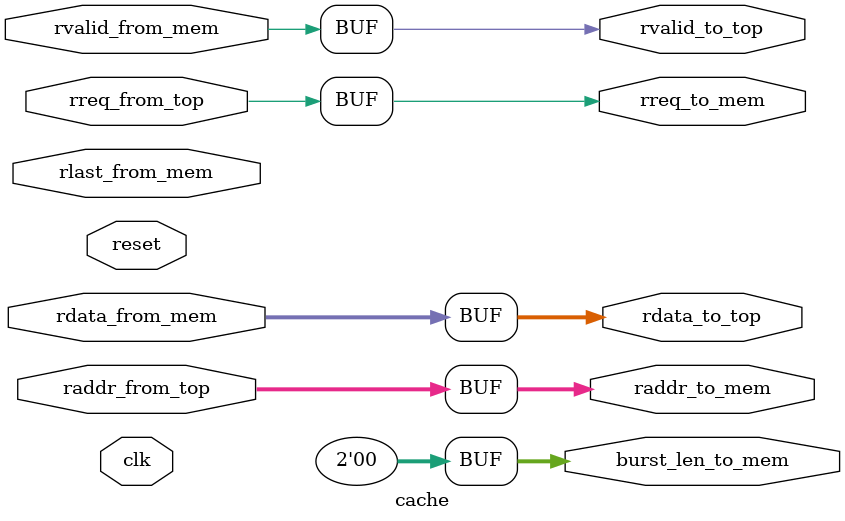
<source format=v>
`timescale 1ns / 1ps


module cache(
    // Global Signals
    input clk,
    input reset,
    // Input Signals from Grader
    input [9:0] raddr_from_top,
    input rreq_from_top,
    // Input Signals from Memory Module
    input [7:0] rdata_from_mem,
    input rvalid_from_mem,
    input rlast_from_mem,
    // Output Signals to Grader
    output [7:0] rdata_to_top,
    output rvalid_to_top,
    // Output Signals to Memory Module
    output rreq_to_mem,
    output [9:0] raddr_to_mem,
    output [1:0] burst_len_to_mem
    );

// Implement your Cache Here
//always @(posedge clk)   begin
//    if(reset)   begin
//        rdata_to_top <= 0;
//        rvalid_to_top <= 0;
//    end else if(rreq_from_top) begin
//        rdata_to_top <= 1;
//        rvalid_to_top <= raddr_from_top + 1;
//    end else begin
//        rdata_to_top <= 0;
//        rvalid_to_top <= 0;
//    end
//end
assign burst_len_to_mem = 0;
assign raddr_to_mem = raddr_from_top;
assign rdata_to_top = rdata_from_mem;
assign rreq_to_mem = rreq_from_top;
assign rvalid_to_top = rvalid_from_mem;

endmodule

</source>
